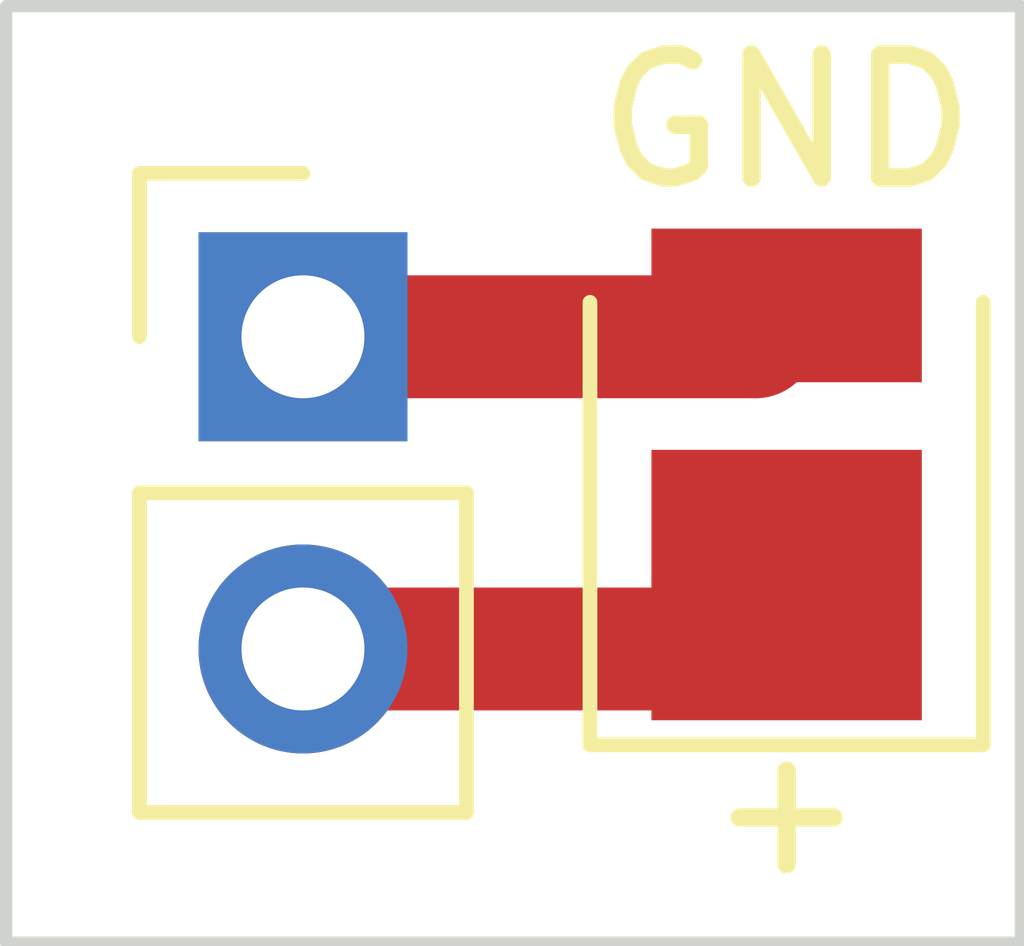
<source format=kicad_pcb>
(kicad_pcb (version 20240108) (generator "pcbnew") (generator_version "8.0")
  (layers (0 "F.Cu" signal) (31 "B.Cu" signal) (34 "B.Paste" user) (35 "F.Paste" user) (36 "B.SilkS" user "B.Silkscreen") (37 "F.SilkS" user "F.Silkscreen") (38 "B.Mask" user) (39 "F.Mask" user) (44 "Edge.Cuts" user))
  (net 0 "")
  (net 1 "Net-(D1-A)")
  (net 2 "Net-(D1-K)")
  (footprint "CustomLibrary:LED_PLCC_2835_AK" (layer "F.Cu") (at 86.995 140.97 90)
    (property "Reference" "D1" (hide yes))
    (property "Value" "LED_1" (hide yes))
    (fp_line (start 1.4 -1.6) (end -2.2 -1.6) (stroke (width 0.12)) (layer "F.SilkS"))
    (fp_line (start -2.2 -1.6) (end -2.2 1.6) (stroke (width 0.12)) (layer "F.SilkS"))
    (fp_line (start 1.4 1.6) (end -2.2 1.6) (stroke (width 0.12)) (layer "F.SilkS"))
    (pad "1" smd rect (at 1.375 0 90) (size 1.25 2.2) (layers "F.Cu" "F.Paste" "F.Mask") (net 2 "Net-(D1-K)"))
    (pad "2" smd rect (at -0.9 0 90) (size 2.2 2.2) (layers "F.Cu" "F.Paste" "F.Mask") (net 1 "Net-(D1-A)"))
  )
  (footprint "Connector_PinHeader_2.54mm:PinHeader_1x02_P2.54mm_Vertical" (layer "F.Cu") (at 83.06 139.85)
    (property "Reference" "J1" (hide yes))
    (property "Value" "Conn_01x02_Pin" (hide yes))
    (fp_line (start -1.33 -1.33) (end 0 -1.33) (stroke (width 0.12)) (layer "F.SilkS"))
    (fp_line (start -1.33 0) (end -1.33 -1.33) (stroke (width 0.12)) (layer "F.SilkS"))
    (fp_line (start -1.33 1.27) (end -1.33 3.87) (stroke (width 0.12)) (layer "F.SilkS"))
    (fp_line (start -1.33 1.27) (end 1.33 1.27) (stroke (width 0.12)) (layer "F.SilkS"))
    (fp_line (start -1.33 3.87) (end 1.33 3.87) (stroke (width 0.12)) (layer "F.SilkS"))
    (fp_line (start 1.33 1.27) (end 1.33 3.87) (stroke (width 0.12)) (layer "F.SilkS"))
    (pad "1" thru_hole rect (at 0 0) (size 1.7 1.7) (drill 1) (layers "*.Cu" "*.Mask") (net 2 "Net-(D1-K)"))
    (pad "2" thru_hole oval (at 0 2.54) (size 1.7 1.7) (drill 1) (layers "*.Cu" "*.Mask") (net 1 "Net-(D1-A)"))
  )
  (gr_line (start 80.645 137.16) (end 80.645 144.78) (stroke (width 0.1)) (layer "Edge.Cuts"))
  (gr_line (start 88.9 137.16) (end 80.645 137.16) (stroke (width 0.1)) (layer "Edge.Cuts"))
  (gr_line (start 88.9 144.78) (end 88.9 137.16) (stroke (width 0.1)) (layer "Edge.Cuts"))
  (gr_line (start 80.645 144.78) (end 88.9 144.78) (stroke (width 0.1)) (layer "Edge.Cuts"))
  (gr_text "GND" (at 86.995 138.684 0) (layer "F.SilkS") (effects (font (size 1 1)) (justify bottom)))
  (gr_text "+" (at 86.995 144.272 0) (layer "F.SilkS") (effects (font (size 1 1)) (justify bottom)))
  (segment (start 83.06 142.39) (end 86.475 142.39) (width 1) (layer "F.Cu") (net 1))
  (segment (start 86.475 142.39) (end 86.995 141.87) (width 1) (layer "F.Cu") (net 1))
  (segment (start 83.06 139.85) (end 86.74 139.85) (width 1) (layer "F.Cu") (net 2))
  (segment (start 86.74 139.85) (end 86.995 139.595) (width 1) (layer "F.Cu") (net 2))
)
</source>
